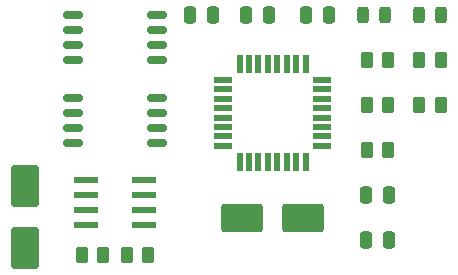
<source format=gbr>
%TF.GenerationSoftware,KiCad,Pcbnew,9.0.4*%
%TF.CreationDate,2025-09-30T03:14:49+08:00*%
%TF.ProjectId,MCU Datalogger,4d435520-4461-4746-916c-6f676765722e,1*%
%TF.SameCoordinates,Original*%
%TF.FileFunction,Paste,Top*%
%TF.FilePolarity,Positive*%
%FSLAX46Y46*%
G04 Gerber Fmt 4.6, Leading zero omitted, Abs format (unit mm)*
G04 Created by KiCad (PCBNEW 9.0.4) date 2025-09-30 03:14:49*
%MOMM*%
%LPD*%
G01*
G04 APERTURE LIST*
G04 Aperture macros list*
%AMRoundRect*
0 Rectangle with rounded corners*
0 $1 Rounding radius*
0 $2 $3 $4 $5 $6 $7 $8 $9 X,Y pos of 4 corners*
0 Add a 4 corners polygon primitive as box body*
4,1,4,$2,$3,$4,$5,$6,$7,$8,$9,$2,$3,0*
0 Add four circle primitives for the rounded corners*
1,1,$1+$1,$2,$3*
1,1,$1+$1,$4,$5*
1,1,$1+$1,$6,$7*
1,1,$1+$1,$8,$9*
0 Add four rect primitives between the rounded corners*
20,1,$1+$1,$2,$3,$4,$5,0*
20,1,$1+$1,$4,$5,$6,$7,0*
20,1,$1+$1,$6,$7,$8,$9,0*
20,1,$1+$1,$8,$9,$2,$3,0*%
G04 Aperture macros list end*
%ADD10RoundRect,0.250000X0.262500X0.450000X-0.262500X0.450000X-0.262500X-0.450000X0.262500X-0.450000X0*%
%ADD11RoundRect,0.250001X1.499999X0.949999X-1.499999X0.949999X-1.499999X-0.949999X1.499999X-0.949999X0*%
%ADD12RoundRect,0.068750X-0.206250X-0.666250X0.206250X-0.666250X0.206250X0.666250X-0.206250X0.666250X0*%
%ADD13RoundRect,0.068750X-0.666250X-0.206250X0.666250X-0.206250X0.666250X0.206250X-0.666250X0.206250X0*%
%ADD14RoundRect,0.250000X-0.262500X-0.450000X0.262500X-0.450000X0.262500X0.450000X-0.262500X0.450000X0*%
%ADD15RoundRect,0.073750X-0.911250X-0.221250X0.911250X-0.221250X0.911250X0.221250X-0.911250X0.221250X0*%
%ADD16RoundRect,0.162500X-0.650000X-0.162500X0.650000X-0.162500X0.650000X0.162500X-0.650000X0.162500X0*%
%ADD17RoundRect,0.243750X-0.243750X-0.456250X0.243750X-0.456250X0.243750X0.456250X-0.243750X0.456250X0*%
%ADD18RoundRect,0.250000X-0.250000X-0.475000X0.250000X-0.475000X0.250000X0.475000X-0.250000X0.475000X0*%
%ADD19RoundRect,0.250001X0.949999X-1.499999X0.949999X1.499999X-0.949999X1.499999X-0.949999X-1.499999X0*%
G04 APERTURE END LIST*
D10*
%TO.C,R5*%
X124817500Y-63500000D03*
X126642500Y-63500000D03*
%TD*%
D11*
%TO.C,Y2*%
X109795000Y-76835000D03*
X114995000Y-76835000D03*
%TD*%
D12*
%TO.C,U4*%
X109595000Y-63775000D03*
X110395000Y-63775000D03*
X111195000Y-63775000D03*
X111995000Y-63775000D03*
X112795000Y-63775000D03*
X113595000Y-63775000D03*
X114395000Y-63775000D03*
X115195000Y-63775000D03*
D13*
X116565000Y-65145000D03*
X116565000Y-65945000D03*
X116565000Y-66745000D03*
X116565000Y-67545000D03*
X116565000Y-68345000D03*
X116565000Y-69145000D03*
X116565000Y-69945000D03*
X116565000Y-70745000D03*
D12*
X115195000Y-72115000D03*
X114395000Y-72115000D03*
X113595000Y-72115000D03*
X112795000Y-72115000D03*
X111995000Y-72115000D03*
X111195000Y-72115000D03*
X110395000Y-72115000D03*
X109595000Y-72115000D03*
D13*
X108225000Y-70745000D03*
X108225000Y-69945000D03*
X108225000Y-69145000D03*
X108225000Y-68345000D03*
X108225000Y-67545000D03*
X108225000Y-66745000D03*
X108225000Y-65945000D03*
X108225000Y-65145000D03*
%TD*%
D14*
%TO.C,R1*%
X98067500Y-80010000D03*
X96242500Y-80010000D03*
%TD*%
D15*
%TO.C,U2*%
X101535000Y-73660000D03*
X101535000Y-74930000D03*
X101535000Y-76200000D03*
X101535000Y-77470000D03*
X96585000Y-77470000D03*
X96585000Y-76200000D03*
X96585000Y-74930000D03*
X96585000Y-73660000D03*
%TD*%
D16*
%TO.C,U1*%
X95472500Y-66675000D03*
X95472500Y-67945000D03*
X95472500Y-69215000D03*
X95472500Y-70485000D03*
X102647500Y-70485000D03*
X102647500Y-69215000D03*
X102647500Y-67945000D03*
X102647500Y-66675000D03*
%TD*%
%TO.C,U3*%
X102647500Y-59690000D03*
X102647500Y-60960000D03*
X102647500Y-62230000D03*
X102647500Y-63500000D03*
X95472500Y-63500000D03*
X95472500Y-62230000D03*
X95472500Y-60960000D03*
X95472500Y-59690000D03*
%TD*%
D17*
%TO.C,D1*%
X124792500Y-59690000D03*
X126667500Y-59690000D03*
%TD*%
D18*
%TO.C,C3*%
X110175000Y-59690000D03*
X112075000Y-59690000D03*
%TD*%
%TO.C,C1*%
X105410000Y-59690000D03*
X107310000Y-59690000D03*
%TD*%
D14*
%TO.C,R6*%
X124817500Y-67310000D03*
X126642500Y-67310000D03*
%TD*%
%TO.C,R4*%
X120372500Y-67310000D03*
X122197500Y-67310000D03*
%TD*%
D17*
%TO.C,D2*%
X120045000Y-59690000D03*
X121920000Y-59690000D03*
%TD*%
D14*
%TO.C,R3*%
X120372500Y-71120000D03*
X122197500Y-71120000D03*
%TD*%
D18*
%TO.C,C2*%
X120335000Y-74930000D03*
X122235000Y-74930000D03*
%TD*%
%TO.C,C4*%
X120335000Y-78740000D03*
X122235000Y-78740000D03*
%TD*%
D14*
%TO.C,R7*%
X120372500Y-63500000D03*
X122197500Y-63500000D03*
%TD*%
D18*
%TO.C,C5*%
X115255000Y-59690000D03*
X117155000Y-59690000D03*
%TD*%
D19*
%TO.C,Y1*%
X91440000Y-79375000D03*
X91440000Y-74175000D03*
%TD*%
D14*
%TO.C,R2*%
X100052500Y-80010000D03*
X101877500Y-80010000D03*
%TD*%
M02*

</source>
